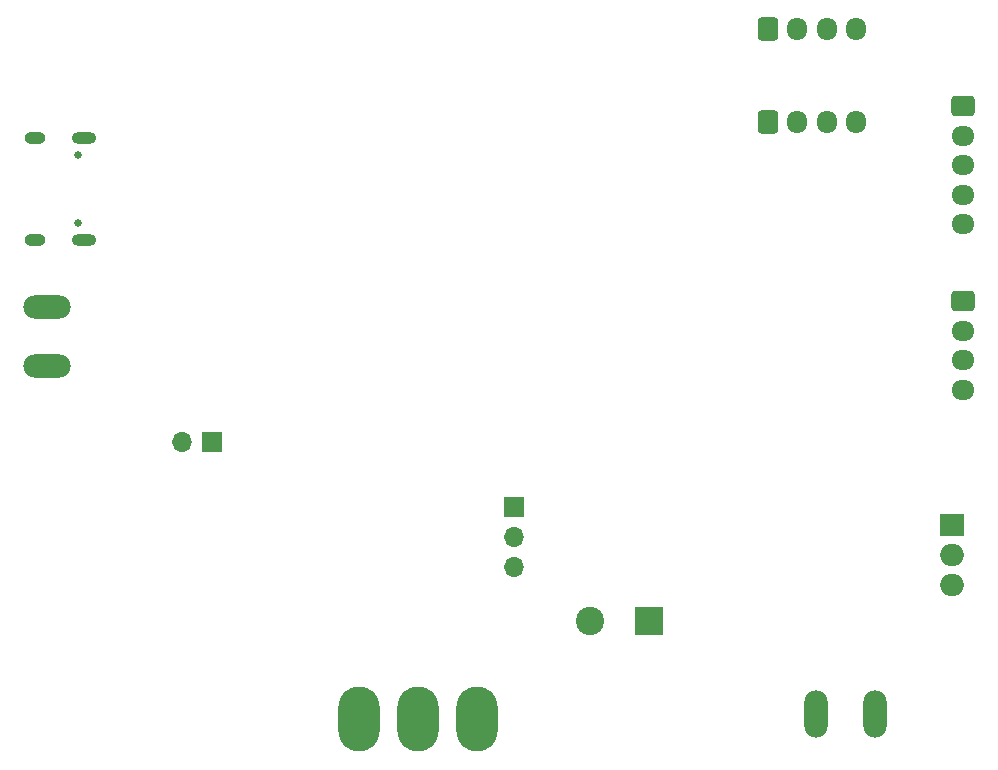
<source format=gbs>
G04 #@! TF.GenerationSoftware,KiCad,Pcbnew,8.0.3-8.0.3-0~ubuntu20.04.1*
G04 #@! TF.CreationDate,2025-03-17T01:47:30-03:00*
G04 #@! TF.ProjectId,fuente_regulable,6675656e-7465-45f7-9265-67756c61626c,rev?*
G04 #@! TF.SameCoordinates,Original*
G04 #@! TF.FileFunction,Soldermask,Bot*
G04 #@! TF.FilePolarity,Negative*
%FSLAX46Y46*%
G04 Gerber Fmt 4.6, Leading zero omitted, Abs format (unit mm)*
G04 Created by KiCad (PCBNEW 8.0.3-8.0.3-0~ubuntu20.04.1) date 2025-03-17 01:47:30*
%MOMM*%
%LPD*%
G01*
G04 APERTURE LIST*
G04 Aperture macros list*
%AMRoundRect*
0 Rectangle with rounded corners*
0 $1 Rounding radius*
0 $2 $3 $4 $5 $6 $7 $8 $9 X,Y pos of 4 corners*
0 Add a 4 corners polygon primitive as box body*
4,1,4,$2,$3,$4,$5,$6,$7,$8,$9,$2,$3,0*
0 Add four circle primitives for the rounded corners*
1,1,$1+$1,$2,$3*
1,1,$1+$1,$4,$5*
1,1,$1+$1,$6,$7*
1,1,$1+$1,$8,$9*
0 Add four rect primitives between the rounded corners*
20,1,$1+$1,$2,$3,$4,$5,0*
20,1,$1+$1,$4,$5,$6,$7,0*
20,1,$1+$1,$6,$7,$8,$9,0*
20,1,$1+$1,$8,$9,$2,$3,0*%
G04 Aperture macros list end*
%ADD10R,1.700000X1.700000*%
%ADD11O,1.700000X1.700000*%
%ADD12R,2.000000X1.905000*%
%ADD13O,2.000000X1.905000*%
%ADD14R,2.400000X2.400000*%
%ADD15C,2.400000*%
%ADD16O,3.500000X5.500000*%
%ADD17C,0.650000*%
%ADD18O,2.100000X1.000000*%
%ADD19O,1.800000X1.000000*%
%ADD20RoundRect,0.250000X-0.600000X-0.725000X0.600000X-0.725000X0.600000X0.725000X-0.600000X0.725000X0*%
%ADD21O,1.700000X1.950000*%
%ADD22RoundRect,0.250000X-0.725000X0.600000X-0.725000X-0.600000X0.725000X-0.600000X0.725000X0.600000X0*%
%ADD23O,1.950000X1.700000*%
%ADD24O,2.000000X4.000000*%
%ADD25O,4.000000X2.000000*%
G04 APERTURE END LIST*
D10*
X93500000Y-93475000D03*
D11*
X93500000Y-96015000D03*
X93500000Y-98555000D03*
D12*
X130555000Y-94960000D03*
D13*
X130555000Y-97500000D03*
X130555000Y-100040000D03*
D14*
X104900000Y-103100000D03*
D15*
X99900000Y-103100000D03*
D16*
X80400000Y-111400000D03*
X85400000Y-111400000D03*
X90400000Y-111400000D03*
D17*
X56605000Y-63610000D03*
X56605000Y-69390000D03*
D18*
X57105000Y-62180000D03*
D19*
X52925000Y-62180000D03*
D18*
X57105000Y-70820000D03*
D19*
X52925000Y-70820000D03*
D20*
X115000000Y-60800000D03*
D21*
X117500000Y-60800000D03*
X120000000Y-60800000D03*
X122500000Y-60800000D03*
D20*
X115000000Y-53000000D03*
D21*
X117500000Y-53000000D03*
X120000000Y-53000000D03*
X122500000Y-53000000D03*
D22*
X131500000Y-59500000D03*
D23*
X131500000Y-62000000D03*
X131500000Y-64500000D03*
X131500000Y-67000000D03*
X131500000Y-69500000D03*
D22*
X131500000Y-76000000D03*
D23*
X131500000Y-78500000D03*
X131500000Y-81000000D03*
X131500000Y-83500000D03*
D24*
X124100000Y-111000000D03*
X119100000Y-111000000D03*
D10*
X67975000Y-87900000D03*
D11*
X65435000Y-87900000D03*
D25*
X54000000Y-81500000D03*
X54000000Y-76500000D03*
M02*

</source>
